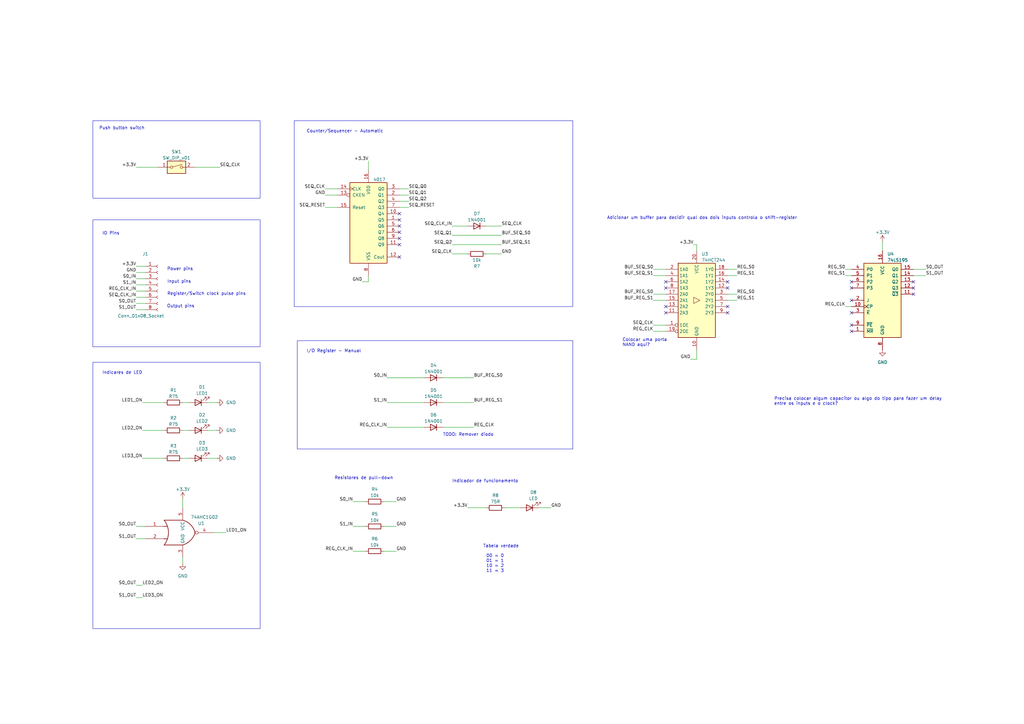
<source format=kicad_sch>
(kicad_sch (version 20230121) (generator eeschema)
  (paper "A3")
  (title_block (title "KVM Project - Módulo Controladora") (rev "1"))
  (lib_symbols
    (symbol "4xxx:4017" (pin_names (offset 1.016))
      (property "Reference" "U" (at -7.62 16.51 0))
      (property "Value" "4017" (at -7.62 -19.05 0))
      (symbol "4017_1_0"
        (pin output line (at 12.7 0 180) (length 5.08) (name "Q5") (number "1"))
        (pin output line (at 12.7 2.54 180) (length 5.08) (name "Q4") (number "10"))
        (pin output line (at 12.7 -10.16 180) (length 5.08) (name "Q9") (number "11"))
        (pin output line (at 12.7 -15.24 180) (length 5.08) (name "Cout") (number "12"))
        (pin input inverted (at -12.7 10.16 0) (length 5.08) (name "CKEN") (number "13"))
        (pin input clock (at -12.7 12.7 0) (length 5.08) (name "CLK") (number "14"))
        (pin input line (at -12.7 5.08 0) (length 5.08) (name "Reset") (number "15"))
        (pin power_in line (at 0 20.32 270) (length 5.08) (name "VDD") (number "16"))
        (pin output line (at 12.7 10.16 180) (length 5.08) (name "Q1") (number "2"))
        (pin output line (at 12.7 12.7 180) (length 5.08) (name "Q0") (number "3"))
        (pin output line (at 12.7 7.62 180) (length 5.08) (name "Q2") (number "4"))
        (pin output line (at 12.7 -2.54 180) (length 5.08) (name "Q6") (number "5"))
        (pin output line (at 12.7 -5.08 180) (length 5.08) (name "Q7") (number "6"))
        (pin output line (at 12.7 5.08 180) (length 5.08) (name "Q3") (number "7"))
        (pin power_in line (at 0 -22.86 90) (length 5.08) (name "VSS") (number "8"))
        (pin output line (at 12.7 -7.62 180) (length 5.08) (name "Q8") (number "9"))
      )
      (symbol "4017_1_1"
        (rectangle (start -7.62 15.24) (end 7.62 -17.78) (stroke (width 0.254)) (fill (type background)))
      )
    )
    (symbol "74xGxx:74AHC1G02"
      (property "Reference" "U" (at -2.54 3.81 0))
      (property "Value" "74AHC1G02" (at 0 -3.81 0))
      (symbol "74AHC1G02_0_1"
        (arc (start -7.62 -5.08) (mid -5.838 0) (end -7.62 5.08) (stroke (width 0.254)))
        (arc (start 0 -5.08) (mid 3.1986 -3.2054) (end 5.08 0) (stroke (width 0.254)))
        (polyline (pts (xy -7.62 -2.54) (xy -6.35 -2.54)) (stroke (width 0.254)) (fill (type background)))
        (polyline (pts (xy -7.62 2.54) (xy -6.35 2.54)) (stroke (width 0.254)) (fill (type background)))
        (polyline (pts (xy 0 -5.08) (xy -7.62 -5.08)) (stroke (width 0.254)) (fill (type background)))
        (polyline (pts (xy 0 5.08) (xy -7.62 5.08)) (stroke (width 0.254)) (fill (type background)))
        (arc (start 5.08 0) (mid 3.2238 3.2304) (end 0 5.08) (stroke (width 0.254)))
      )
      (symbol "74AHC1G02_1_1"
        (pin input line (at -15.24 2.54 0) (length 7.62) (name "~") (number "1"))
        (pin input line (at -15.24 -2.54 0) (length 7.62) (name "~") (number "2"))
        (pin power_in line (at 0 -10.16 90) (length 5.08) (name "GND") (number "3"))
        (pin output inverted (at 12.7 0 180) (length 7.62) (name "~") (number "4"))
        (pin power_in line (at 0 10.16 270) (length 5.08) (name "VCC") (number "5"))
      )
    )
    (symbol "74xx:74HCT244"
      (property "Reference" "U" (at -7.62 16.51 0))
      (property "Value" "74HCT244" (at -7.62 -16.51 0))
      (symbol "74HCT244_1_0"
        (polyline (pts (xy 1.27 0) (xy -1.27 1.27) (xy -1.27 -1.27) (xy 1.27 0)) (stroke (width 0.1524)))
        (pin input inverted (at -12.7 -10.16 0) (length 5.08) (name "1OE") (number "1"))
        (pin power_in line (at 0 -20.32 90) (length 5.08) (name "GND") (number "10"))
        (pin input line (at -12.7 -5.08 0) (length 5.08) (name "2A3") (number "11"))
        (pin tri_state line (at 12.7 5.08 180) (length 5.08) (name "1Y3") (number "12"))
        (pin input line (at -12.7 -2.54 0) (length 5.08) (name "2A2") (number "13"))
        (pin tri_state line (at 12.7 7.62 180) (length 5.08) (name "1Y2") (number "14"))
        (pin input line (at -12.7 0 0) (length 5.08) (name "2A1") (number "15"))
        (pin tri_state line (at 12.7 10.16 180) (length 5.08) (name "1Y1") (number "16"))
        (pin input line (at -12.7 2.54 0) (length 5.08) (name "2A0") (number "17"))
        (pin tri_state line (at 12.7 12.7 180) (length 5.08) (name "1Y0") (number "18"))
        (pin input inverted (at -12.7 -12.7 0) (length 5.08) (name "2OE") (number "19"))
        (pin input line (at -12.7 12.7 0) (length 5.08) (name "1A0") (number "2"))
        (pin power_in line (at 0 20.32 270) (length 5.08) (name "VCC") (number "20"))
        (pin tri_state line (at 12.7 2.54 180) (length 5.08) (name "2Y0") (number "3"))
        (pin input line (at -12.7 10.16 0) (length 5.08) (name "1A1") (number "4"))
        (pin tri_state line (at 12.7 0 180) (length 5.08) (name "2Y1") (number "5"))
        (pin input line (at -12.7 7.62 0) (length 5.08) (name "1A2") (number "6"))
        (pin tri_state line (at 12.7 -2.54 180) (length 5.08) (name "2Y2") (number "7"))
        (pin input line (at -12.7 5.08 0) (length 5.08) (name "1A3") (number "8"))
        (pin tri_state line (at 12.7 -5.08 180) (length 5.08) (name "2Y3") (number "9"))
      )
      (symbol "74HCT244_1_1"
        (rectangle (start -7.62 15.24) (end 7.62 -15.24) (stroke (width 0.254)) (fill (type background)))
      )
    )
    (symbol "74xx:74LS195" (pin_names (offset 1.016))
      (property "Reference" "U" (at -7.62 16.51 0))
      (property "Value" "74LS195" (at -7.62 -16.51 0))
      (symbol "74LS195_1_0"
        (pin input line (at -12.7 -12.7 0) (length 5.08) (name "~{MR}") (number "1"))
        (pin input clock (at -12.7 -2.54 0) (length 5.08) (name "CP") (number "10"))
        (pin output line (at 12.7 2.54 180) (length 5.08) (name "~{Q3}") (number "11"))
        (pin output line (at 12.7 5.08 180) (length 5.08) (name "Q3") (number "12"))
        (pin output line (at 12.7 7.62 180) (length 5.08) (name "Q2") (number "13"))
        (pin output line (at 12.7 10.16 180) (length 5.08) (name "Q1") (number "14"))
        (pin output line (at 12.7 12.7 180) (length 5.08) (name "Q0") (number "15"))
        (pin power_in line (at 0 20.32 270) (length 5.08) (name "VCC") (number "16"))
        (pin input line (at -12.7 0 0) (length 5.08) (name "J") (number "2"))
        (pin input line (at -12.7 -5.08 0) (length 5.08) (name "~{K}") (number "3"))
        (pin input line (at -12.7 12.7 0) (length 5.08) (name "P0") (number "4"))
        (pin input line (at -12.7 10.16 0) (length 5.08) (name "P1") (number "5"))
        (pin input line (at -12.7 7.62 0) (length 5.08) (name "P2") (number "6"))
        (pin input line (at -12.7 5.08 0) (length 5.08) (name "P3") (number "7"))
        (pin power_in line (at 0 -20.32 90) (length 5.08) (name "GND") (number "8"))
        (pin input line (at -12.7 -10.16 0) (length 5.08) (name "~{PE}") (number "9"))
      )
      (symbol "74LS195_1_1"
        (rectangle (start -7.62 15.24) (end 7.62 -15.24) (stroke (width 0.254)) (fill (type background)))
      )
    )
    (symbol "Connector:Conn_01x08_Socket" (pin_names (offset 1.016) hide)
      (property "Reference" "J" (at 0 10.16 0))
      (property "Value" "Conn_01x08_Socket" (at 0 -12.7 0))
      (symbol "Conn_01x08_Socket_1_1"
        (arc (start 0 -9.652) (mid -0.5058 -10.16) (end 0 -10.668) (stroke (width 0.1524)))
        (arc (start 0 -7.112) (mid -0.5058 -7.62) (end 0 -8.128) (stroke (width 0.1524)))
        (arc (start 0 -4.572) (mid -0.5058 -5.08) (end 0 -5.588) (stroke (width 0.1524)))
        (arc (start 0 -2.032) (mid -0.5058 -2.54) (end 0 -3.048) (stroke (width 0.1524)))
        (polyline (pts (xy -1.27 -10.16) (xy -0.508 -10.16)) (stroke (width 0.1524)))
        (polyline (pts (xy -1.27 -7.62) (xy -0.508 -7.62)) (stroke (width 0.1524)))
        (polyline (pts (xy -1.27 -5.08) (xy -0.508 -5.08)) (stroke (width 0.1524)))
        (polyline (pts (xy -1.27 -2.54) (xy -0.508 -2.54)) (stroke (width 0.1524)))
        (polyline (pts (xy -1.27 0) (xy -0.508 0)) (stroke (width 0.1524)))
        (polyline (pts (xy -1.27 2.54) (xy -0.508 2.54)) (stroke (width 0.1524)))
        (polyline (pts (xy -1.27 5.08) (xy -0.508 5.08)) (stroke (width 0.1524)))
        (polyline (pts (xy -1.27 7.62) (xy -0.508 7.62)) (stroke (width 0.1524)))
        (arc (start 0 0.508) (mid -0.5058 0) (end 0 -0.508) (stroke (width 0.1524)))
        (arc (start 0 3.048) (mid -0.5058 2.54) (end 0 2.032) (stroke (width 0.1524)))
        (arc (start 0 5.588) (mid -0.5058 5.08) (end 0 4.572) (stroke (width 0.1524)))
        (arc (start 0 8.128) (mid -0.5058 7.62) (end 0 7.112) (stroke (width 0.1524)))
        (pin passive line (at -5.08 7.62 0) (length 3.81) (name "Pin_1") (number "1"))
        (pin passive line (at -5.08 5.08 0) (length 3.81) (name "Pin_2") (number "2"))
        (pin passive line (at -5.08 2.54 0) (length 3.81) (name "Pin_3") (number "3"))
        (pin passive line (at -5.08 0 0) (length 3.81) (name "Pin_4") (number "4"))
        (pin passive line (at -5.08 -2.54 0) (length 3.81) (name "Pin_5") (number "5"))
        (pin passive line (at -5.08 -5.08 0) (length 3.81) (name "Pin_6") (number "6"))
        (pin passive line (at -5.08 -7.62 0) (length 3.81) (name "Pin_7") (number "7"))
        (pin passive line (at -5.08 -10.16 0) (length 3.81) (name "Pin_8") (number "8"))
      )
    )
    (symbol "Device:LED" (pin_numbers hide) (pin_names (offset 1.016) hide)
      (property "Reference" "D" (at 0 2.54 0))
      (property "Value" "LED" (at 0 -2.54 0))
      (symbol "LED_0_1"
        (polyline (pts (xy -1.27 -1.27) (xy -1.27 1.27)) (stroke (width 0.254)))
        (polyline (pts (xy -1.27 0) (xy 1.27 0)))
        (polyline (pts (xy 1.27 -1.27) (xy 1.27 1.27) (xy -1.27 0) (xy 1.27 -1.27)) (stroke (width 0.254)))
        (polyline (pts (xy -3.048 -0.762) (xy -4.572 -2.286) (xy -3.81 -2.286) (xy -4.572 -2.286) (xy -4.572 -1.524)))
        (polyline (pts (xy -1.778 -0.762) (xy -3.302 -2.286) (xy -2.54 -2.286) (xy -3.302 -2.286) (xy -3.302 -1.524)))
      )
      (symbol "LED_1_1"
        (pin passive line (at -3.81 0 0) (length 2.54) (name "K") (number "1"))
        (pin passive line (at 3.81 0 180) (length 2.54) (name "A") (number "2"))
      )
    )
    (symbol "Device:R" (pin_numbers hide) (pin_names (offset 0))
      (property "Reference" "R" (at 2.032 0 90))
      (property "Value" "R" (at 0 0 90))
      (symbol "R_0_1"
        (rectangle (start -1.016 -2.54) (end 1.016 2.54) (stroke (width 0.254)))
      )
      (symbol "R_1_1"
        (pin passive line (at 0 3.81 270) (length 1.27) (name "~") (number "1"))
        (pin passive line (at 0 -3.81 90) (length 1.27) (name "~") (number "2"))
      )
    )
    (symbol "Diode:1N4001" (pin_numbers hide) (pin_names hide)
      (property "Reference" "D" (at 0 2.54 0))
      (property "Value" "1N4001" (at 0 -2.54 0))
      (symbol "1N4001_0_1"
        (polyline (pts (xy -1.27 1.27) (xy -1.27 -1.27)) (stroke (width 0.254)))
        (polyline (pts (xy 1.27 0) (xy -1.27 0)))
        (polyline (pts (xy 1.27 1.27) (xy 1.27 -1.27) (xy -1.27 0) (xy 1.27 1.27)) (stroke (width 0.254)))
      )
      (symbol "1N4001_1_1"
        (pin passive line (at -3.81 0 0) (length 2.54) (name "K") (number "1"))
        (pin passive line (at 3.81 0 180) (length 2.54) (name "A") (number "2"))
      )
    )
    (symbol "Switch:SW_DIP_x01" (pin_names (offset 0) hide)
      (property "Reference" "SW" (at 0 3.81 0))
      (property "Value" "SW_DIP_x01" (at 0 -3.81 0))
      (symbol "SW_DIP_x01_0_0"
        (circle (center -2.032 0) (radius 0.508))
        (polyline (pts (xy -1.524 0.127) (xy 2.3622 1.1684)))
        (circle (center 2.032 0) (radius 0.508))
      )
      (symbol "SW_DIP_x01_0_1"
        (rectangle (start -3.81 2.54) (end 3.81 -2.54) (stroke (width 0.254)) (fill (type background)))
      )
      (symbol "SW_DIP_x01_1_1"
        (pin passive line (at -7.62 0 0) (length 5.08) (name "~") (number "1"))
        (pin passive line (at 7.62 0 180) (length 5.08) (name "~") (number "2"))
      )
    )
    (symbol "power:+3.3V" (power) (pin_names (offset 0))
      (property "Value" "+3.3V" (at 0 3.556 0))
      (symbol "+3.3V_0_1"
        (polyline (pts (xy -0.762 1.27) (xy 0 2.54)))
        (polyline (pts (xy 0 0) (xy 0 2.54)))
        (polyline (pts (xy 0 2.54) (xy 0.762 1.27)))
      )
      (symbol "+3.3V_1_1"
        (pin power_in line (at 0 0 90) (length 0) hide (name "+3.3V") (number "1"))
      )
    )
    (symbol "power:GND" (power) (pin_names (offset 0))
      (property "Value" "GND" (at 0 -3.81 0))
      (symbol "GND_0_1"
        (polyline (pts (xy 0 0) (xy 0 -1.27) (xy 1.27 -1.27) (xy 0 -2.54) (xy -1.27 -1.27) (xy 0 -1.27)))
      )
      (symbol "GND_1_1"
        (pin power_in line (at 0 0 270) (length 0) hide (name "GND") (number "1"))
      )
    )
  )
  (no_connect (at 163.83 97.79))
  (no_connect (at 298.45 125.73))
  (no_connect (at 273.05 125.73))
  (no_connect (at 273.05 115.57))
  (no_connect (at 273.05 128.27))
  (no_connect (at 163.83 95.25))
  (no_connect (at 349.25 135.89))
  (no_connect (at 349.25 118.11))
  (no_connect (at 349.25 115.57))
  (no_connect (at 298.45 128.27))
  (no_connect (at 374.65 118.11))
  (no_connect (at 298.45 115.57))
  (no_connect (at 349.25 133.35))
  (no_connect (at 163.83 100.33))
  (no_connect (at 374.65 115.57))
  (no_connect (at 349.25 128.27))
  (no_connect (at 298.45 118.11))
  (no_connect (at 163.83 105.41))
  (no_connect (at 163.83 87.63))
  (no_connect (at 374.65 120.65))
  (no_connect (at 349.25 123.19))
  (no_connect (at 163.83 90.17))
  (no_connect (at 163.83 92.71))
  (no_connect (at 273.05 118.11))
  (wire (pts (xy 162.56 205.74) (xy 157.48 205.74)))
  (wire (pts (xy 151.13 115.57) (xy 151.13 113.03)))
  (wire (pts (xy 267.97 113.03) (xy 273.05 113.03)))
  (wire (pts (xy 58.42 187.96) (xy 67.31 187.96)))
  (wire (pts (xy 199.39 92.71) (xy 205.74 92.71)))
  (wire (pts (xy 133.35 85.09) (xy 138.43 85.09)))
  (wire (pts (xy 74.93 208.28) (xy 74.93 204.47)))
  (wire (pts (xy 205.74 104.14) (xy 199.39 104.14)))
  (wire (pts (xy 162.56 215.9) (xy 157.48 215.9)))
  (wire (pts (xy 205.74 100.33) (xy 185.42 100.33)))
  (wire (pts (xy 346.71 113.03) (xy 349.25 113.03)))
  (wire (pts (xy 162.56 226.06) (xy 157.48 226.06)))
  (wire (pts (xy 181.61 175.26) (xy 194.31 175.26)))
  (wire (pts (xy 85.09 165.1) (xy 88.9 165.1)))
  (wire (pts (xy 207.01 208.28) (xy 213.36 208.28)))
  (wire (pts (xy 267.97 110.49) (xy 273.05 110.49)))
  (wire (pts (xy 191.77 104.14) (xy 185.42 104.14)))
  (wire (pts (xy 85.09 176.53) (xy 88.9 176.53)))
  (wire (pts (xy 298.45 110.49) (xy 302.26 110.49)))
  (wire (pts (xy 55.88 245.11) (xy 58.42 245.11)))
  (wire (pts (xy 267.97 120.65) (xy 273.05 120.65)))
  (wire (pts (xy 191.77 208.28) (xy 199.39 208.28)))
  (wire (pts (xy 285.75 147.32) (xy 285.75 143.51)))
  (wire (pts (xy 167.64 77.47) (xy 163.83 77.47)))
  (wire (pts (xy 148.59 115.57) (xy 151.13 115.57)))
  (wire (pts (xy 55.88 111.76) (xy 59.69 111.76)))
  (wire (pts (xy 149.86 205.74) (xy 144.78 205.74)))
  (wire (pts (xy 158.75 175.26) (xy 173.99 175.26)))
  (wire (pts (xy 74.93 231.14) (xy 74.93 228.6)))
  (wire (pts (xy 298.45 113.03) (xy 302.26 113.03)))
  (wire (pts (xy 55.88 124.46) (xy 59.69 124.46)))
  (wire (pts (xy 55.88 68.58) (xy 64.77 68.58)))
  (wire (pts (xy 267.97 135.89) (xy 273.05 135.89)))
  (wire (pts (xy 55.88 114.3) (xy 59.69 114.3)))
  (wire (pts (xy 298.45 120.65) (xy 302.26 120.65)))
  (wire (pts (xy 58.42 176.53) (xy 67.31 176.53)))
  (wire (pts (xy 167.64 82.55) (xy 163.83 82.55)))
  (wire (pts (xy 379.73 110.49) (xy 374.65 110.49)))
  (wire (pts (xy 285.75 100.33) (xy 285.75 102.87)))
  (wire (pts (xy 133.35 77.47) (xy 138.43 77.47)))
  (wire (pts (xy 55.88 109.22) (xy 59.69 109.22)))
  (wire (pts (xy 74.93 165.1) (xy 77.47 165.1)))
  (wire (pts (xy 74.93 176.53) (xy 77.47 176.53)))
  (wire (pts (xy 158.75 165.1) (xy 173.99 165.1)))
  (wire (pts (xy 163.83 80.01) (xy 167.64 80.01)))
  (wire (pts (xy 80.01 68.58) (xy 90.17 68.58)))
  (wire (pts (xy 149.86 226.06) (xy 144.78 226.06)))
  (wire (pts (xy 92.71 218.44) (xy 87.63 218.44)))
  (wire (pts (xy 85.09 187.96) (xy 88.9 187.96)))
  (wire (pts (xy 185.42 96.52) (xy 205.74 96.52)))
  (wire (pts (xy 151.13 66.04) (xy 151.13 69.85)))
  (wire (pts (xy 298.45 123.19) (xy 302.26 123.19)))
  (wire (pts (xy 149.86 215.9) (xy 144.78 215.9)))
  (wire (pts (xy 181.61 165.1) (xy 194.31 165.1)))
  (wire (pts (xy 55.88 215.9) (xy 59.69 215.9)))
  (wire (pts (xy 167.64 85.09) (xy 163.83 85.09)))
  (wire (pts (xy 267.97 123.19) (xy 273.05 123.19)))
  (wire (pts (xy 55.88 121.92) (xy 59.69 121.92)))
  (wire (pts (xy 133.35 80.01) (xy 138.43 80.01)))
  (wire (pts (xy 346.71 125.73) (xy 349.25 125.73)))
  (wire (pts (xy 58.42 165.1) (xy 67.31 165.1)))
  (wire (pts (xy 226.06 208.28) (xy 220.98 208.28)))
  (wire (pts (xy 74.93 187.96) (xy 77.47 187.96)))
  (wire (pts (xy 158.75 154.94) (xy 173.99 154.94)))
  (wire (pts (xy 283.21 147.32) (xy 285.75 147.32)))
  (wire (pts (xy 374.65 113.03) (xy 379.73 113.03)))
  (wire (pts (xy 346.71 110.49) (xy 349.25 110.49)))
  (wire (pts (xy 361.95 102.87) (xy 361.95 99.06)))
  (wire (pts (xy 181.61 154.94) (xy 194.31 154.94)))
  (wire (pts (xy 55.88 127) (xy 59.69 127)))
  (wire (pts (xy 267.97 133.35) (xy 273.05 133.35)))
  (wire (pts (xy 55.88 240.03) (xy 58.42 240.03)))
  (wire (pts (xy 284.48 100.33) (xy 285.75 100.33)))
  (wire (pts (xy 185.42 92.71) (xy 191.77 92.71)))
  (wire (pts (xy 55.88 220.98) (xy 59.69 220.98)))
  (wire (pts (xy 55.88 119.38) (xy 59.69 119.38)))
  (wire (pts (xy 55.88 116.84) (xy 59.69 116.84)))
  (rectangle (start 38.1 49.53) (end 106.68 81.28))
  (rectangle (start 120.65 49.53) (end 234.95 125.73))
  (rectangle (start 38.1 90.17) (end 106.68 142.24))
  (rectangle (start 38.1 148.59) (end 106.68 257.81))
  (rectangle (start 121.92 139.7) (end 234.95 184.15))
  (text "Push button switch" (at 40.64 53.34 0) (effects (font (size 1.27 1.27)) (justify left bottom)))
  (text "Colocar uma porta\nNAND aqui?" (at 255.27 142.24 0) (effects (font (size 1.27 1.27)) (justify left bottom)))
  (text "Output pins" (at 68.4655 126.3699 0) (effects (font (size 1.27 1.27)) (justify left bottom)))
  (text "IO Pins" (at 41.91 96.52 0) (effects (font (size 1.27 1.27)) (justify left bottom)))
  (text "Indicares de LED" (at 41.91 153.67 0) (effects (font (size 1.27 1.27)) (justify left bottom)))
  (text "00 = 0\n01 = 1\n10 = 2\n11 = 3" (at 199.39 234.95 0) (effects (font (size 1.27 1.27)) (justify left bottom)))
  (text "I/O Register - Manual" (at 125.73 144.78 0) (effects (font (size 1.27 1.27)) (justify left bottom)))
  (text "Adicionar um buffer para decidir qual dos dois inputs controla o shift-register" (at 248.92 90.17 0) (effects (font (size 1.27 1.27)) (justify left bottom)))
  (text "Register/Switch clock pulse pins" (at 68.5432 121.2798 0) (effects (font (size 1.27 1.27)) (justify left bottom)))
  (text "Power pins" (at 68.5043 111.1382 0) (effects (font (size 1.27 1.27)) (justify left bottom)))
  (text "TODO: Remover diodo" (at 181.61 179.07 0) (effects (font (size 1.27 1.27)) (justify left bottom)))
  (text "Counter/Sequencer - Automatic" (at 125.73 54.61 0) (effects (font (size 1.27 1.27)) (justify left bottom)))
  (text "Input pins" (at 68.5432 116.3061 0) (effects (font (size 1.27 1.27)) (justify left bottom)))
  (text "Tabela verdade" (at 198.12 224.79 0) (effects (font (size 1.27 1.27)) (justify left bottom)))
  (text "Resistores de pull-down" (at 137.16 196.85 0) (effects (font (size 1.27 1.27)) (justify left bottom)))
  (text "Indicador de funcionamento" (at 185.42 198.12 0) (effects (font (size 1.27 1.27)) (justify left bottom)))
  (text "Precisa colocar algum capacitor ou algo do tipo para fazer um delay\nentre os inputs e o clock?" (at 317.5 166.37 0) (effects (font (size 1.27 1.27)) (justify left bottom)))
  (label "S0_IN" (at 144.78 205.74 180))
  (label "S1_OUT" (at 55.88 245.11 180))
  (label "LED2_ON" (at 58.42 176.53 180))
  (label "S0_IN" (at 158.75 154.94 180))
  (label "SEQ_CLK" (at 267.97 133.35 180))
  (label "BUF_REG_S1" (at 194.31 165.1 0))
  (label "REG_CLK_IN" (at 55.88 119.38 180))
  (label "BUF_SEQ_S1" (at 205.74 100.33 0))
  (label "S0_OUT" (at 379.73 110.49 0))
  (label "S0_OUT" (at 55.88 124.46 180))
  (label "REG_S1" (at 346.71 113.03 180))
  (label "BUF_REG_S1" (at 267.97 123.19 180))
  (label "BUF_REG_S0" (at 194.31 154.94 0))
  (label "REG_S0" (at 302.26 120.65 0))
  (label "S0_IN" (at 55.88 114.3 180))
  (label "REG_CLK_IN" (at 144.78 226.06 180))
  (label "GND" (at 148.59 115.57 180))
  (label "S1_OUT" (at 55.88 220.98 180))
  (label "REG_S1" (at 302.26 113.03 0))
  (label "SEQ_Q2" (at 185.42 100.33 180))
  (label "GND" (at 133.35 80.01 180))
  (label "S1_IN" (at 158.75 165.1 180))
  (label "SEQ_CLK_IN" (at 55.88 121.92 180))
  (label "LED2_ON" (at 58.42 240.03 0))
  (label "REG_CLK" (at 346.71 125.73 180))
  (label "GND" (at 162.56 205.74 0))
  (label "+3.3V" (at 55.88 109.22 180))
  (label "SEQ_Q1" (at 167.64 80.01 0))
  (label "SEQ_Q1" (at 185.42 96.52 180))
  (label "LED1_ON" (at 92.71 218.44 0))
  (label "S1_OUT" (at 55.88 127 180))
  (label "REG_CLK" (at 267.97 135.89 180))
  (label "+3.3V" (at 191.77 208.28 180))
  (label "BUF_SEQ_S0" (at 267.97 110.49 180))
  (label "SEQ_CLK" (at 185.42 104.14 180))
  (label "SEQ_CLK" (at 133.35 77.47 180))
  (label "+3.3V" (at 151.13 66.04 180))
  (label "SEQ_CLK_IN" (at 185.42 92.71 180))
  (label "S0_OUT" (at 55.88 215.9 180))
  (label "LED3_ON" (at 58.42 187.96 180))
  (label "SEQ_CLK" (at 205.74 92.71 0))
  (label "GND" (at 283.21 147.32 180))
  (label "SEQ_Q0" (at 167.64 77.47 0))
  (label "+3.3V" (at 55.88 68.58 180))
  (label "SEQ_RESET" (at 167.64 85.09 0))
  (label "BUF_SEQ_S0" (at 205.74 96.52 0))
  (label "S1_OUT" (at 379.73 113.03 0))
  (label "BUF_SEQ_S1" (at 267.97 113.03 180))
  (label "BUF_REG_S0" (at 267.97 120.65 180))
  (label "GND" (at 162.56 215.9 0))
  (label "GND" (at 162.56 226.06 0))
  (label "REG_S1" (at 302.26 123.19 0))
  (label "S1_IN" (at 55.88 116.84 180))
  (label "REG_S0" (at 302.26 110.49 0))
  (label "LED1_ON" (at 58.42 165.1 180))
  (label "SEQ_RESET" (at 133.35 85.09 180))
  (label "S1_IN" (at 144.78 215.9 180))
  (label "S0_OUT" (at 55.88 240.03 180))
  (label "REG_S0" (at 346.71 110.49 180))
  (label "LED3_ON" (at 58.42 245.11 0))
  (label "GND" (at 226.06 208.28 0))
  (label "+3.3V" (at 284.48 100.33 180))
  (label "SEQ_CLK" (at 90.17 68.58 0))
  (label "REG_CLK" (at 194.31 175.26 0))
  (label "REG_CLK_IN" (at 158.75 175.26 180))
  (label "GND" (at 55.88 111.76 180))
  (label "SEQ_Q2" (at 167.64 82.55 0))
  (label "GND" (at 205.74 104.14 0))
  (symbol (lib_id "Device:R") (at 153.67 226.06 90) (unit 1)
    (property "Reference" "R6" (at 153.67 220.98 90))
    (property "Value" "10k" (at 153.67 223.52 90))
    (property "Footprint" "Resistor_SMD:R_0805_2012Metric" (effects hide))
  )
  (symbol (lib_id "Device:R") (at 195.58 104.14 270) (unit 1)
    (property "Reference" "R7" (at 195.58 109.22 90))
    (property "Value" "10k" (at 195.58 106.68 90))
    (property "Footprint" "Resistor_SMD:R_0805_2012Metric" (effects hide))
  )
  (symbol (lib_id "Device:R") (at 71.12 165.1 90) (unit 1)
    (property "Reference" "R1" (at 71.12 160.02 90))
    (property "Value" "R75" (at 71.12 162.56 90))
    (property "Footprint" "Resistor_SMD:R_0805_2012Metric" (effects hide))
  )
  (symbol (lib_id "74xx:74LS195") (at 361.95 123.19 0) (unit 1)
    (property "Reference" "U4" (at 363.9059 104.14 0) (effects (justify left)))
    (property "Value" "74LS195" (at 363.9059 106.68 0) (effects (justify left)))
    (property "Footprint" "Package_DIP:DIP-16_W7.62mm" (effects hide))
    (property "Datasheet" "http://www.ti.com/lit/gpn/sn74LS195" (effects hide))
  )
  (symbol (lib_id "power:GND") (at 74.93 231.14 0) (mirror y) (unit 1)
    (property "Reference" "#PWR02" (effects hide))
    (property "Value" "GND" (at 74.93 236.22 0))
  )
  (symbol (lib_id "Diode:1N4001") (at 195.58 92.71 180) (unit 1)
    (property "Reference" "D7" (at 195.58 87.63 0))
    (property "Value" "1N4001" (at 195.58 90.17 0))
    (property "Footprint" "Diode_THT:D_DO-41_SOD81_P10.16mm_Horizontal" (effects hide))
    (property "Datasheet" "http://www.vishay.com/docs/88503/1n4001.pdf" (effects hide))
    (property "Sim.Device" "D" (effects hide))
    (property "Sim.Pins" "1=K 2=A" (effects hide))
  )
  (symbol (lib_id "Device:R") (at 71.12 187.96 90) (unit 1)
    (property "Reference" "R3" (at 71.12 182.88 90))
    (property "Value" "R75" (at 71.12 185.42 90))
    (property "Footprint" "Resistor_SMD:R_0805_2012Metric" (effects hide))
  )
  (symbol (lib_id "power:GND") (at 88.9 187.96 90) (unit 1)
    (property "Reference" "#PWR05" (effects hide))
    (property "Value" "GND" (at 92.71 187.96 90) (effects (justify right)))
  )
  (symbol (lib_id "Diode:1N4001") (at 177.8 175.26 180) (unit 1)
    (property "Reference" "D6" (at 177.8 170.18 0))
    (property "Value" "1N4001" (at 177.8 172.72 0))
    (property "Footprint" "Diode_THT:D_DO-41_SOD81_P10.16mm_Horizontal" (effects hide))
    (property "Datasheet" "http://www.vishay.com/docs/88503/1n4001.pdf" (effects hide))
    (property "Sim.Device" "D" (effects hide))
    (property "Sim.Pins" "1=K 2=A" (effects hide))
  )
  (symbol (lib_id "Diode:1N4001") (at 177.8 165.1 180) (unit 1)
    (property "Reference" "D5" (at 177.8 160.02 0))
    (property "Value" "1N4001" (at 177.8 162.56 0))
    (property "Footprint" "Diode_THT:D_DO-41_SOD81_P10.16mm_Horizontal" (effects hide))
    (property "Datasheet" "http://www.vishay.com/docs/88503/1n4001.pdf" (effects hide))
    (property "Sim.Device" "D" (effects hide))
    (property "Sim.Pins" "1=K 2=A" (effects hide))
  )
  (symbol (lib_id "4xxx:4017") (at 151.13 90.17 0) (unit 1)
    (property "Reference" "U2" (effects hide))
    (property "Value" "4017" (at 153.0859 73.66 0) (effects (justify left)))
    (property "Footprint" "Package_DIP:SMDIP-16_W9.53mm" (effects hide))
    (property "Datasheet" "http://www.intersil.com/content/dam/Intersil/documents/cd40/cd4017bms-22bms.pdf" (effects hide))
  )
  (symbol (lib_id "Switch:SW_DIP_x01") (at 72.39 68.58 0) (unit 1)
    (property "Reference" "SW1" (at 72.39 62.23 0))
    (property "Value" "SW_DIP_x01" (at 72.39 64.77 0))
    (property "Footprint" "Button_Switch_THT:SW_PUSH_6mm" (effects hide))
  )
  (symbol (lib_id "Device:R") (at 153.67 205.74 90) (unit 1)
    (property "Reference" "R4" (at 153.67 200.66 90))
    (property "Value" "10k" (at 153.67 203.2 90))
    (property "Footprint" "Resistor_SMD:R_0805_2012Metric" (effects hide))
  )
  (symbol (lib_id "power:GND") (at 361.95 143.51 0) (unit 1)
    (property "Reference" "#PWR07" (effects hide))
    (property "Value" "GND" (at 361.95 148.59 0))
  )
  (symbol (lib_id "power:+3.3V") (at 361.95 99.06 0) (unit 1)
    (property "Reference" "#PWR06" (effects hide))
    (property "Value" "+3.3V" (at 361.95 95.25 0))
  )
  (symbol (lib_id "Device:LED") (at 217.17 208.28 180) (unit 1)
    (property "Reference" "D8" (at 218.7575 201.93 0))
    (property "Value" "LED" (at 218.7575 204.47 0))
    (property "Footprint" "LED_SMD:LED_0805_2012Metric" (effects hide))
  )
  (symbol (lib_id "Connector:Conn_01x08_Socket") (at 64.77 116.84 0) (unit 1)
    (property "Reference" "J1" (at 58.42 104.14 0) (effects (justify left)))
    (property "Value" "Conn_01x08_Socket" (at 48.26 129.54 0) (effects (justify left)))
    (property "Footprint" "Connector_PinSocket_2.54mm:PinSocket_1x08_P2.54mm_Vertical" (effects hide))
  )
  (symbol (lib_id "Device:R") (at 203.2 208.28 90) (unit 1)
    (property "Reference" "R8" (at 203.2 203.2 90))
    (property "Value" "75R" (at 203.2 205.74 90))
    (property "Footprint" "Resistor_SMD:R_0805_2012Metric" (effects hide))
  )
  (symbol (lib_id "Device:LED") (at 81.28 165.1 180) (unit 1)
    (property "Reference" "D1" (at 82.8675 158.75 0))
    (property "Value" "LED1" (at 82.8675 161.29 0))
    (property "Footprint" "LED_SMD:LED_0805_2012Metric_Pad1.15x1.40mm_HandSolder" (effects hide))
  )
  (symbol (lib_id "74xx:74HCT244") (at 285.75 123.19 0) (unit 1)
    (property "Reference" "U3" (at 287.7059 104.14 0) (effects (justify left)))
    (property "Value" "74HCT244" (at 287.7059 106.68 0) (effects (justify left)))
    (property "Footprint" "Package_DIP:SMDIP-18_W7.62mm" (effects hide))
    (property "Datasheet" "https://assets.nexperia.com/documents/data-sheet/74HC_HCT244.pdf" (effects hide))
  )
  (symbol (lib_id "Device:LED") (at 81.28 187.96 180) (unit 1)
    (property "Reference" "D3" (at 82.8675 181.61 0))
    (property "Value" "LED3" (at 82.8675 184.15 0))
    (property "Footprint" "LED_SMD:LED_0805_2012Metric_Pad1.15x1.40mm_HandSolder" (effects hide))
  )
  (symbol (lib_id "Device:R") (at 71.12 176.53 90) (unit 1)
    (property "Reference" "R2" (at 71.12 171.45 90))
    (property "Value" "R75" (at 71.12 173.99 90))
    (property "Footprint" "Resistor_SMD:R_0805_2012Metric" (effects hide))
  )
  (symbol (lib_id "Diode:1N4001") (at 177.8 154.94 180) (unit 1)
    (property "Reference" "D4" (at 177.8 149.86 0))
    (property "Value" "1N4001" (at 177.8 152.4 0))
    (property "Footprint" "Diode_THT:D_DO-41_SOD81_P10.16mm_Horizontal" (effects hide))
    (property "Datasheet" "http://www.vishay.com/docs/88503/1n4001.pdf" (effects hide))
    (property "Sim.Device" "D" (effects hide))
    (property "Sim.Pins" "1=K 2=A" (effects hide))
  )
  (symbol (lib_id "power:GND") (at 88.9 176.53 90) (unit 1)
    (property "Reference" "#PWR04" (effects hide))
    (property "Value" "GND" (at 92.71 176.53 90) (effects (justify right)))
  )
  (symbol (lib_id "power:GND") (at 88.9 165.1 90) (unit 1)
    (property "Reference" "#PWR03" (effects hide))
    (property "Value" "GND" (at 92.71 165.1 90) (effects (justify right)))
  )
  (symbol (lib_id "power:+3.3V") (at 74.93 204.47 0) (unit 1)
    (property "Reference" "#PWR01" (effects hide))
    (property "Value" "+3.3V" (at 74.93 200.66 0))
  )
  (symbol (lib_id "74xGxx:74AHC1G02") (at 74.93 218.44 0) (unit 1)
    (property "Reference" "U1" (at 82.55 214.63 0))
    (property "Value" "74AHC1G02" (at 83.82 212.09 0))
    (property "Footprint" "Package_DIP:SMDIP-16_W7.62mm" (effects hide))
    (property "Datasheet" "http://www.ti.com/lit/sg/scyt129e/scyt129e.pdf" (effects hide))
  )
  (symbol (lib_id "Device:R") (at 153.67 215.9 90) (unit 1)
    (property "Reference" "R5" (at 153.67 210.82 90))
    (property "Value" "10k" (at 153.67 213.36 90))
    (property "Footprint" "Resistor_SMD:R_0805_2012Metric" (effects hide))
  )
  (symbol (lib_id "Device:LED") (at 81.28 176.53 180) (unit 1)
    (property "Reference" "D2" (at 82.8675 170.18 0))
    (property "Value" "LED2" (at 82.8675 172.72 0))
    (property "Footprint" "LED_SMD:LED_0805_2012Metric_Pad1.15x1.40mm_HandSolder" (effects hide))
  )
)
</source>
